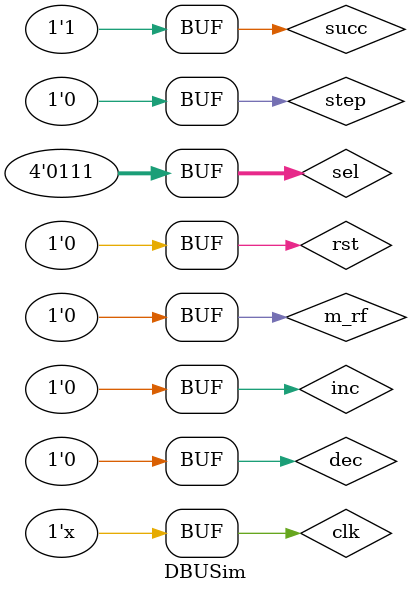
<source format=v>
module DBUSim();
  reg clk = 0, rst = 1, succ = 0, step = 0, m_rf = 0, inc = 0, dec = 0;
  reg [3:0] sel = 1;
  wire [15:0] led;
  wire [3:0] an;

  wire [7:0] seg0;
  wire [7:0] seg1;
  wire [7:0] seg2;
  wire [7:0] seg3;
  wire [7:0] seg4;
  wire [7:0] seg5;
  wire [7:0] seg6;
  wire [7:0] seg7;

  always #5 clk <= ~clk;

  DBU dbu(.clk(clk), .rst(rst), .succ(succ), .step(step), .m_rf(m_rf),
    .inc(inc), .dec(dec), .sel(sel), .led(led), .seg0(seg0), .seg1(seg1),
    .seg2(seg2), .seg3(seg3), .seg4(seg4), .seg5(seg5), .seg6(seg6), .seg7(seg7), .an(an));

  integer i;

  initial begin
    #100;
    rst = 0;
    succ = 1;
    #100;
    sel = 0;
    #100;
    sel = 1;
    #100;
    sel = 2;
    #100;
    sel = 3;
    #100;
    sel = 4;
    #100;
    sel = 5;
    #100;
    sel = 6;
    #100;
    sel = 7;
    #100;
  end
endmodule

</source>
